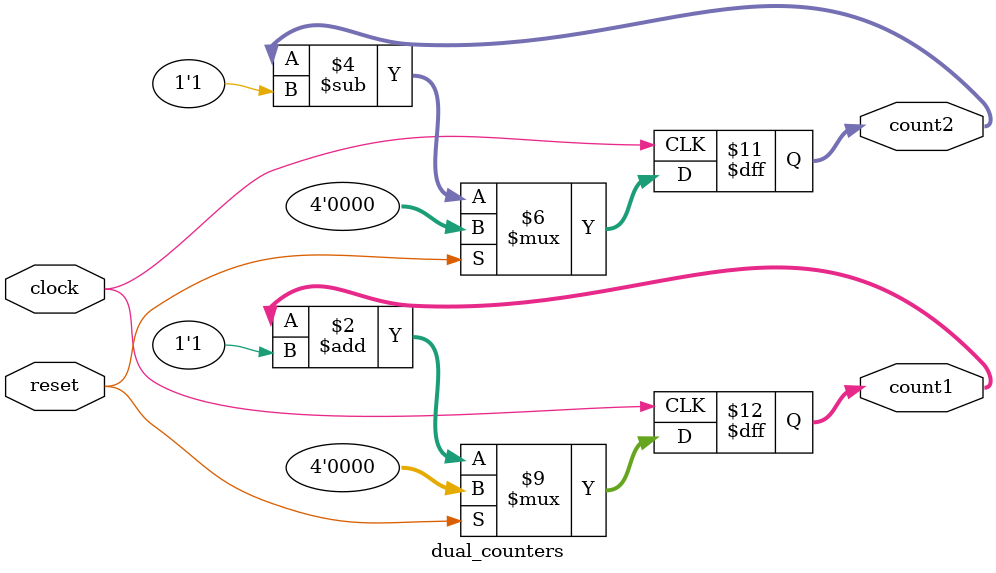
<source format=v>
module dual_counters (
    input clock,
    input reset,
    output reg [3:0] count1,
    output reg [3:0] count2
);
  always @(posedge clock) begin
 if (reset) begin
count1 <= 'b0; end
else begin count1 <= count1 + 1'b1;
end end
  always @(negedge clock) begin
if (reset) begin
 count2 <= 'b0; end
 else begin count2 <= count2 - 1'b1;
end end
endmodule


</source>
